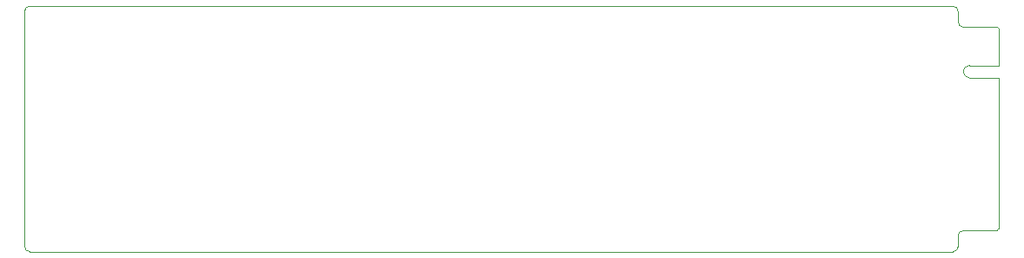
<source format=gm1>
%TF.GenerationSoftware,KiCad,Pcbnew,6.0.9-8da3e8f707~117~ubuntu20.04.1*%
%TF.CreationDate,2023-01-01T11:50:09-08:00*%
%TF.ProjectId,BoardyMcBoardFace,426f6172-6479-44d6-9342-6f6172644661,rev?*%
%TF.SameCoordinates,Original*%
%TF.FileFunction,Profile,NP*%
%FSLAX46Y46*%
G04 Gerber Fmt 4.6, Leading zero omitted, Abs format (unit mm)*
G04 Created by KiCad (PCBNEW 6.0.9-8da3e8f707~117~ubuntu20.04.1) date 2023-01-01 11:50:09*
%MOMM*%
%LPD*%
G01*
G04 APERTURE LIST*
%TA.AperFunction,Profile*%
%ADD10C,0.050000*%
%TD*%
G04 APERTURE END LIST*
D10*
%TO.C,U$1*%
X199377800Y-99642400D02*
X199377800Y-100192400D01*
X199377800Y-121642400D02*
X199377800Y-121092400D01*
X200477800Y-105642400D02*
X203377800Y-105642400D01*
X108377800Y-99142400D02*
X108377800Y-121642400D01*
X203377800Y-120392400D02*
X203377800Y-105642400D01*
X199377800Y-122142400D02*
X199377800Y-121642400D01*
X203177800Y-100692400D02*
X199877800Y-100692400D01*
X203377800Y-104442400D02*
X203377800Y-100892400D01*
X200477800Y-104442400D02*
X203377800Y-104442400D01*
X198877800Y-98642400D02*
X108877800Y-98642400D01*
X108877800Y-122642400D02*
X198877800Y-122642400D01*
X199877800Y-120592400D02*
X203177800Y-120592400D01*
X199377800Y-99142400D02*
X199377800Y-99642400D01*
X108377800Y-121642400D02*
X108377800Y-122142400D01*
X108377800Y-122142400D02*
G75*
G03*
X108877800Y-122642400I500001J1D01*
G01*
X203177800Y-120592400D02*
G75*
G03*
X203377800Y-120392400I-1J200001D01*
G01*
X199377800Y-100192400D02*
G75*
G03*
X199877800Y-100692400I500000J0D01*
G01*
X200477800Y-104442400D02*
G75*
G03*
X199877800Y-105042400I0J-600000D01*
G01*
X199377800Y-99142400D02*
G75*
G03*
X198877800Y-98642400I-500000J0D01*
G01*
X199877800Y-120592400D02*
G75*
G03*
X199377800Y-121092400I1J-500001D01*
G01*
X108877800Y-98642400D02*
G75*
G03*
X108377800Y-99142400I0J-500000D01*
G01*
X198877800Y-122642400D02*
G75*
G03*
X199377800Y-122142400I-1J500001D01*
G01*
X199877800Y-105042400D02*
G75*
G03*
X200477800Y-105642400I600000J0D01*
G01*
X203377800Y-100892400D02*
G75*
G03*
X203177800Y-100692400I-200000J0D01*
G01*
%TD*%
M02*

</source>
